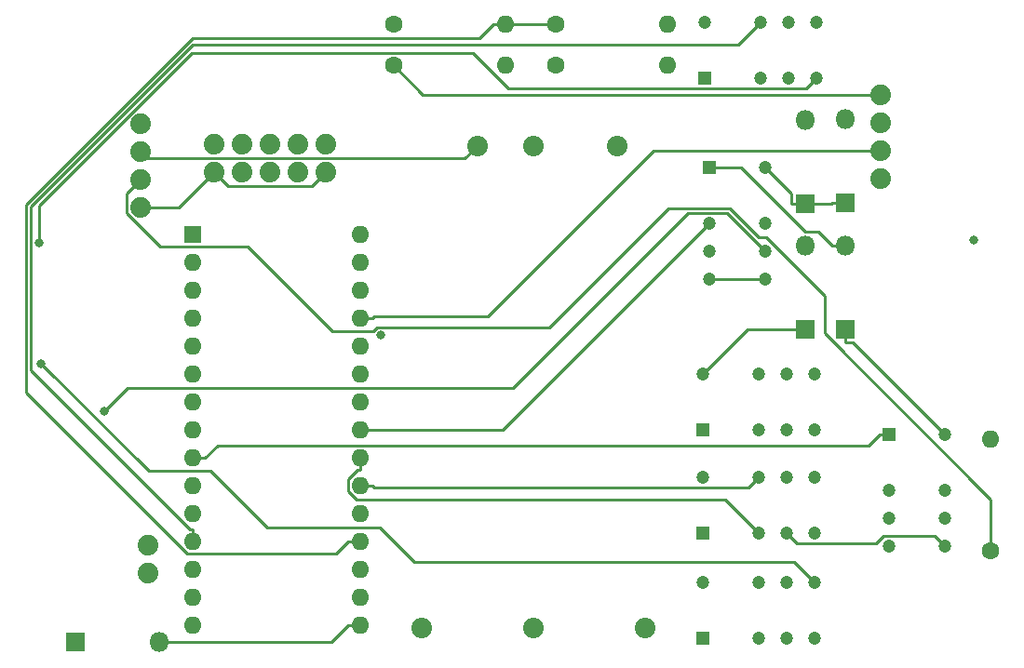
<source format=gbr>
G04 #@! TF.GenerationSoftware,KiCad,Pcbnew,(5.1.5)-3*
G04 #@! TF.CreationDate,2020-05-01T11:25:14-05:00*
G04 #@! TF.ProjectId,45-1591-1,34352d31-3539-4312-9d31-2e6b69636164,rev?*
G04 #@! TF.SameCoordinates,Original*
G04 #@! TF.FileFunction,Copper,L3,Inr*
G04 #@! TF.FilePolarity,Positive*
%FSLAX46Y46*%
G04 Gerber Fmt 4.6, Leading zero omitted, Abs format (unit mm)*
G04 Created by KiCad (PCBNEW (5.1.5)-3) date 2020-05-01 11:25:14*
%MOMM*%
%LPD*%
G04 APERTURE LIST*
%ADD10C,1.875000*%
%ADD11O,1.600000X1.600000*%
%ADD12R,1.600000X1.600000*%
%ADD13C,1.600000*%
%ADD14R,1.200000X1.200000*%
%ADD15C,1.200000*%
%ADD16O,1.800000X1.800000*%
%ADD17R,1.800000X1.800000*%
%ADD18C,1.879600*%
%ADD19C,0.800000*%
%ADD20C,0.250000*%
G04 APERTURE END LIST*
D10*
X119329000Y-117458400D03*
X109169000Y-117458400D03*
X99009000Y-117458400D03*
X116789000Y-73558400D03*
X109169000Y-73558400D03*
X104089000Y-73558400D03*
D11*
X93472000Y-117195600D03*
X78232000Y-117195600D03*
X93472000Y-81635600D03*
X78232000Y-114655600D03*
X93472000Y-84175600D03*
X78232000Y-112115600D03*
X93472000Y-86715600D03*
X78232000Y-109575600D03*
X93472000Y-89255600D03*
X78232000Y-107035600D03*
X93472000Y-91795600D03*
X78232000Y-104495600D03*
X93472000Y-94335600D03*
X78232000Y-101955600D03*
X93472000Y-96875600D03*
X78232000Y-99415600D03*
X93472000Y-99415600D03*
X78232000Y-96875600D03*
X93472000Y-101955600D03*
X78232000Y-94335600D03*
X93472000Y-104495600D03*
X78232000Y-91795600D03*
X93472000Y-107035600D03*
X78232000Y-89255600D03*
X93472000Y-109575600D03*
X78232000Y-86715600D03*
X93472000Y-112115600D03*
X78232000Y-84175600D03*
X93472000Y-114655600D03*
D12*
X78232000Y-81635600D03*
D11*
X106660000Y-62500000D03*
D13*
X96500000Y-62500000D03*
D11*
X121410000Y-66250000D03*
D13*
X111250000Y-66250000D03*
D11*
X106660000Y-66250000D03*
D13*
X96500000Y-66250000D03*
D11*
X121410000Y-62500000D03*
D13*
X111250000Y-62500000D03*
D11*
X150812000Y-100254000D03*
D13*
X150812000Y-110414000D03*
D14*
X141592000Y-99862000D03*
D15*
X146672000Y-99862000D03*
X141592000Y-104942000D03*
X146672000Y-110022000D03*
X141592000Y-107482000D03*
X141592000Y-110022000D03*
X146672000Y-104942000D03*
X146672000Y-107482000D03*
X132234000Y-113271000D03*
X129694000Y-113271000D03*
X134774000Y-118351000D03*
X132234000Y-118351000D03*
X134774000Y-113271000D03*
X129694000Y-118351000D03*
X124614000Y-113271000D03*
D14*
X124614000Y-118351000D03*
X124614000Y-99364800D03*
D15*
X124614000Y-94284800D03*
X129694000Y-99364800D03*
X134774000Y-94284800D03*
X132234000Y-99364800D03*
X134774000Y-99364800D03*
X129694000Y-94284800D03*
X132234000Y-94284800D03*
D14*
X125222000Y-75541200D03*
D15*
X130302000Y-75541200D03*
X125222000Y-80621200D03*
X130302000Y-85701200D03*
X125222000Y-83161200D03*
X125222000Y-85701200D03*
X130302000Y-80621200D03*
X130302000Y-83161200D03*
D14*
X124614000Y-108776000D03*
D15*
X124614000Y-103696000D03*
X129694000Y-108776000D03*
X134774000Y-103696000D03*
X132234000Y-108776000D03*
X134774000Y-108776000D03*
X129694000Y-103696000D03*
X132234000Y-103696000D03*
D14*
X124830000Y-67386200D03*
D15*
X124830000Y-62306200D03*
X129910000Y-67386200D03*
X134990000Y-62306200D03*
X132450000Y-67386200D03*
X134990000Y-67386200D03*
X129910000Y-62306200D03*
X132450000Y-62306200D03*
D16*
X75133200Y-118732000D03*
D17*
X67513200Y-118732000D03*
D16*
X137592000Y-71145400D03*
D17*
X137592000Y-78765400D03*
D16*
X133922000Y-71196200D03*
D17*
X133922000Y-78816200D03*
D16*
X137592000Y-82600600D03*
D17*
X137592000Y-90220600D03*
D16*
X133922000Y-82600600D03*
D17*
X133922000Y-90220600D03*
D18*
X74155300Y-109906000D03*
X74155300Y-112446000D03*
X73482200Y-79171800D03*
X73482200Y-76631800D03*
X73482200Y-74091800D03*
X73482200Y-71551800D03*
X80200500Y-75933300D03*
X80200500Y-73393300D03*
X82740500Y-75933300D03*
X82740500Y-73393300D03*
X85280500Y-75933300D03*
X85280500Y-73393300D03*
X87820500Y-75933300D03*
X87820500Y-73393300D03*
X90360500Y-75933300D03*
X90360500Y-73393300D03*
X140830000Y-76530200D03*
X140830000Y-73990200D03*
X140830000Y-71450200D03*
X140830000Y-68910200D03*
D19*
X64414700Y-93362200D03*
X64240600Y-82347500D03*
X149244700Y-82163300D03*
X95302500Y-90792200D03*
X70200200Y-97695800D03*
D20*
X78232000Y-101955600D02*
X79357300Y-101955600D01*
X141592000Y-99862000D02*
X140666700Y-99862000D01*
X140666700Y-99862000D02*
X139698400Y-100830300D01*
X139698400Y-100830300D02*
X80482600Y-100830300D01*
X80482600Y-100830300D02*
X79357300Y-101955600D01*
X90360500Y-75933300D02*
X89086400Y-77207400D01*
X89086400Y-77207400D02*
X81474600Y-77207400D01*
X81474600Y-77207400D02*
X80200500Y-75933300D01*
X73482200Y-79171800D02*
X76962000Y-79171800D01*
X76962000Y-79171800D02*
X80200500Y-75933300D01*
X137592000Y-90220600D02*
X137592000Y-91445900D01*
X137592000Y-91445900D02*
X138255900Y-91445900D01*
X138255900Y-91445900D02*
X146672000Y-99862000D01*
X132696700Y-78816200D02*
X132696700Y-77935900D01*
X132696700Y-77935900D02*
X130302000Y-75541200D01*
X133922000Y-90220600D02*
X128678200Y-90220600D01*
X128678200Y-90220600D02*
X124614000Y-94284800D01*
X133922000Y-78816200D02*
X132696700Y-78816200D01*
X136366700Y-78765400D02*
X136315900Y-78816200D01*
X136315900Y-78816200D02*
X133922000Y-78816200D01*
X137592000Y-78765400D02*
X136366700Y-78765400D01*
X137592000Y-82600600D02*
X136366700Y-82600600D01*
X136366700Y-82600600D02*
X135141400Y-81375300D01*
X135141400Y-81375300D02*
X133925800Y-81375300D01*
X133925800Y-81375300D02*
X128091700Y-75541200D01*
X128091700Y-75541200D02*
X125222000Y-75541200D01*
X93472000Y-117195600D02*
X92346700Y-117195600D01*
X75133200Y-118732000D02*
X90810300Y-118732000D01*
X90810300Y-118732000D02*
X92346700Y-117195600D01*
X134774000Y-113271000D02*
X132942100Y-111439100D01*
X132942100Y-111439100D02*
X98413000Y-111439100D01*
X98413000Y-111439100D02*
X95279500Y-108305600D01*
X95279500Y-108305600D02*
X84993500Y-108305600D01*
X84993500Y-108305600D02*
X79839600Y-103151700D01*
X79839600Y-103151700D02*
X74204200Y-103151700D01*
X74204200Y-103151700D02*
X64414700Y-93362200D01*
X134990000Y-67386200D02*
X134050600Y-68325600D01*
X134050600Y-68325600D02*
X106935400Y-68325600D01*
X106935400Y-68325600D02*
X103724600Y-65114800D01*
X103724600Y-65114800D02*
X78103200Y-65114800D01*
X78103200Y-65114800D02*
X64240600Y-78977400D01*
X64240600Y-78977400D02*
X64240600Y-82347500D01*
X132234000Y-108776000D02*
X133164600Y-109706600D01*
X133164600Y-109706600D02*
X140357600Y-109706600D01*
X140357600Y-109706600D02*
X141014200Y-109050000D01*
X141014200Y-109050000D02*
X145700000Y-109050000D01*
X145700000Y-109050000D02*
X146672000Y-110022000D01*
X130302000Y-83161200D02*
X126835700Y-79694900D01*
X126835700Y-79694900D02*
X123286500Y-79694900D01*
X123286500Y-79694900D02*
X107375800Y-95605600D01*
X107375800Y-95605600D02*
X72290400Y-95605600D01*
X72290400Y-95605600D02*
X70200200Y-97695800D01*
X73482200Y-74091800D02*
X74053700Y-74663300D01*
X74053700Y-74663300D02*
X102984100Y-74663300D01*
X102984100Y-74663300D02*
X104089000Y-73558400D01*
X150812000Y-110414000D02*
X150812000Y-105721600D01*
X150812000Y-105721600D02*
X135699400Y-90609000D01*
X135699400Y-90609000D02*
X135699400Y-87199300D01*
X135699400Y-87199300D02*
X130391300Y-81891200D01*
X130391300Y-81891200D02*
X129740800Y-81891200D01*
X129740800Y-81891200D02*
X127079600Y-79230000D01*
X127079600Y-79230000D02*
X121525800Y-79230000D01*
X121525800Y-79230000D02*
X110688900Y-90066900D01*
X110688900Y-90066900D02*
X95002100Y-90066900D01*
X95002100Y-90066900D02*
X94639400Y-90429600D01*
X94639400Y-90429600D02*
X90916200Y-90429600D01*
X90916200Y-90429600D02*
X83247600Y-82761000D01*
X83247600Y-82761000D02*
X75229900Y-82761000D01*
X75229900Y-82761000D02*
X72174700Y-79705800D01*
X72174700Y-79705800D02*
X72174700Y-77939300D01*
X72174700Y-77939300D02*
X73482200Y-76631800D01*
X93472000Y-89255600D02*
X94597300Y-89255600D01*
X140830000Y-73990200D02*
X120166600Y-73990200D01*
X120166600Y-73990200D02*
X105056800Y-89100000D01*
X105056800Y-89100000D02*
X94752900Y-89100000D01*
X94752900Y-89100000D02*
X94597300Y-89255600D01*
X96500000Y-66250000D02*
X99160200Y-68910200D01*
X99160200Y-68910200D02*
X140830000Y-68910200D01*
X78232000Y-109575600D02*
X78232000Y-108450300D01*
X129910000Y-62306200D02*
X127847800Y-64368400D01*
X127847800Y-64368400D02*
X78212700Y-64368400D01*
X78212700Y-64368400D02*
X63490400Y-79090700D01*
X63490400Y-79090700D02*
X63490400Y-93990000D01*
X63490400Y-93990000D02*
X77950700Y-108450300D01*
X77950700Y-108450300D02*
X78232000Y-108450300D01*
X93472000Y-104495600D02*
X94597300Y-104495600D01*
X129694000Y-103696000D02*
X128736400Y-104653600D01*
X128736400Y-104653600D02*
X94755300Y-104653600D01*
X94755300Y-104653600D02*
X94597300Y-104495600D01*
X93472000Y-101955600D02*
X93472000Y-103080900D01*
X129694000Y-108776000D02*
X126683600Y-105765600D01*
X126683600Y-105765600D02*
X93150200Y-105765600D01*
X93150200Y-105765600D02*
X92346700Y-104962100D01*
X92346700Y-104962100D02*
X92346700Y-103924800D01*
X92346700Y-103924800D02*
X93190600Y-103080900D01*
X93190600Y-103080900D02*
X93472000Y-103080900D01*
X130302000Y-85701200D02*
X125222000Y-85701200D01*
X125222000Y-80621200D02*
X106427600Y-99415600D01*
X106427600Y-99415600D02*
X93472000Y-99415600D01*
X105534700Y-62500000D02*
X104275600Y-63759100D01*
X104275600Y-63759100D02*
X78185100Y-63759100D01*
X78185100Y-63759100D02*
X63040100Y-78904100D01*
X63040100Y-78904100D02*
X63040100Y-96018500D01*
X63040100Y-96018500D02*
X77722500Y-110700900D01*
X77722500Y-110700900D02*
X91221400Y-110700900D01*
X91221400Y-110700900D02*
X92346700Y-109575600D01*
X93472000Y-109575600D02*
X92346700Y-109575600D01*
X106660000Y-62500000D02*
X105534700Y-62500000D01*
X111250000Y-62500000D02*
X106660000Y-62500000D01*
M02*

</source>
